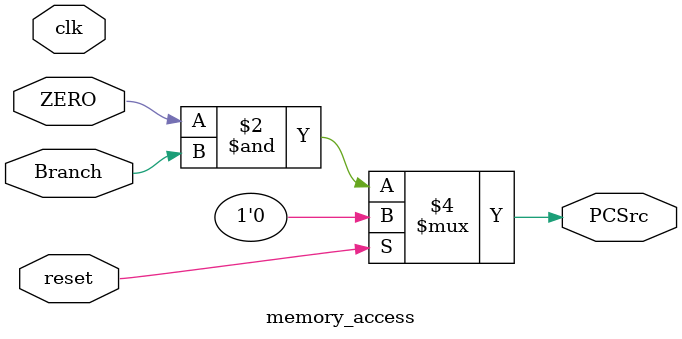
<source format=v>

module memory_access(clk,reset,Branch,ZERO,PCSrc);
	
	input clk,reset,Branch,ZERO;
	output PCSrc;

	reg PCSrc;

	
	always @(*) begin
		if (reset)
			PCSrc = 0;
		else
			PCSrc = (ZERO & Branch);
	end
	
endmodule

</source>
